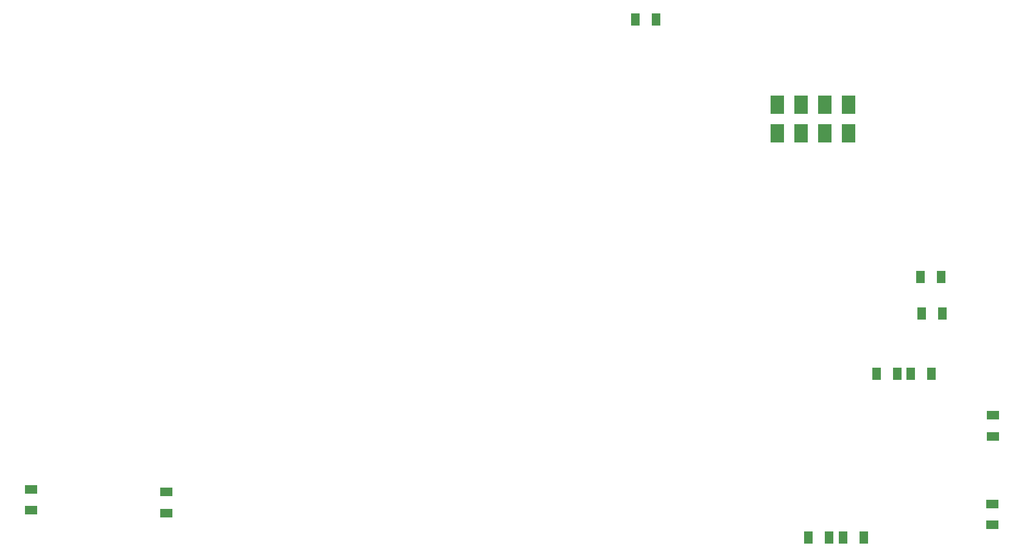
<source format=gbp>
G04*
G04 #@! TF.GenerationSoftware,Altium Limited,Altium Designer,22.4.2 (48)*
G04*
G04 Layer_Color=128*
%FSLAX25Y25*%
%MOIN*%
G70*
G04*
G04 #@! TF.SameCoordinates,21B0F98D-05E7-48EE-A56C-F6CDE9C69060*
G04*
G04*
G04 #@! TF.FilePolarity,Positive*
G04*
G01*
G75*
%ADD15R,0.07087X0.04528*%
%ADD16R,0.04528X0.07087*%
%ADD51R,0.07677X0.10433*%
D15*
X266500Y-63791D02*
D03*
Y-75209D02*
D03*
X266000Y-123709D02*
D03*
Y-112291D02*
D03*
X-186000Y-105791D02*
D03*
Y-117209D02*
D03*
X-260000Y-104291D02*
D03*
Y-115709D02*
D03*
D16*
X70791Y153000D02*
D03*
X82209D02*
D03*
X176709Y-130500D02*
D03*
X165291D02*
D03*
X195709D02*
D03*
X184291D02*
D03*
X202791Y-41000D02*
D03*
X214209D02*
D03*
X221291D02*
D03*
X232709D02*
D03*
X238709Y-8000D02*
D03*
X227291D02*
D03*
X226791Y12000D02*
D03*
X238209D02*
D03*
D51*
X174500Y106276D02*
D03*
Y90724D02*
D03*
X161500Y106276D02*
D03*
Y90724D02*
D03*
X187500D02*
D03*
Y106276D02*
D03*
X148500Y90724D02*
D03*
Y106276D02*
D03*
M02*

</source>
